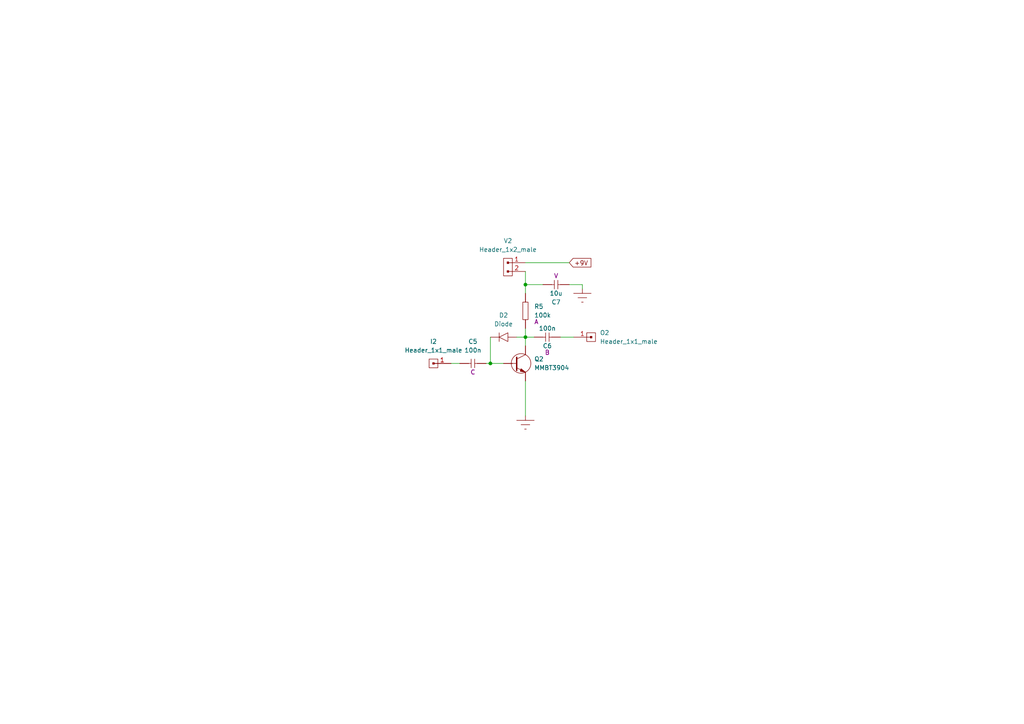
<source format=kicad_sch>
(kicad_sch (version 20211123) (generator eeschema)
  (paper "A4")
  (title_block (title "Bazz fuss") (date "2024-04-26") (rev "1") (company "https://github.com/dvhx/ultimate-soldering-exercise"))
  (lib_symbols
    (symbol "dvhx-kicad-library:C" (pin_numbers hide) (pin_names hide)
      (property "Reference" "C" (at 2.286 1.016 0))
      (property "Value" "C" (at 2.286 -1.27 0))
      (symbol "C_0_1"
        (polyline (pts (xy 0 -0.508) (xy 0 -1.27)))
        (polyline (pts (xy 0 1.27) (xy 0 0.508)))
        (polyline (pts (xy 1.27 -0.508) (xy -1.27 -0.508)))
        (polyline (pts (xy 1.27 0.508) (xy -1.27 0.508)))
      )
      (symbol "C_1_1"
        (pin passive line (at 0 3.81 270) (length 2.54) (name "1") (number "1"))
        (pin passive line (at 0 -3.81 90) (length 2.54) (name "2") (number "2"))
      )
    )
    (symbol "dvhx-kicad-library:Diode" (pin_numbers hide) (pin_names hide)
      (property "Reference" "D" (at 0 2.54 0))
      (property "Value" "Diode" (at 0 5.08 0))
      (symbol "Diode_0_1"
        (polyline (pts (xy 1.27 1.27) (xy 1.27 -1.27)))
        (polyline (pts (xy 1.27 0) (xy -1.27 1.27) (xy -1.27 -1.27) (xy 1.27 0)))
      )
      (symbol "Diode_1_1"
        (pin passive line (at -3.81 0 0) (length 2.54) (name "A") (number "A"))
        (pin passive line (at 3.81 0 180) (length 2.54) (name "K") (number "K"))
      )
    )
    (symbol "dvhx-kicad-library:GND" (power) (pin_numbers hide) (pin_names hide)
      (symbol "GND_0_1"
        (polyline (pts (xy -2.54 -1.27) (xy 2.54 -1.27)))
        (polyline (pts (xy -1.27 -2.54) (xy 1.27 -2.54)))
        (polyline (pts (xy -0.254 -3.81) (xy 0.254 -3.81)))
      )
      (symbol "GND_1_1"
        (pin power_in line (at 0 0 270) (length 1.27) (name "GND") (number "GND"))
      )
    )
    (symbol "dvhx-kicad-library:Header_1x1_male" (pin_names hide)
      (property "Reference" "J" (at -0.254 2.286 0))
      (property "Value" "Header_1x1_male" (at 0 4.191 0))
      (symbol "Header_1x1_male_0_1"
        (rectangle (start -1.27 1.27) (end 1.27 -1.27))
        (rectangle (start -0.254 0.254) (end 0.254 -0.254) (fill (type outline)))
      )
      (symbol "Header_1x1_male_1_1"
        (pin passive line (at -5.08 0 0) (length 5.08) (name "1") (number "1"))
      )
    )
    (symbol "dvhx-kicad-library:Header_1x2_male" (pin_names hide)
      (property "Reference" "J" (at -0.254 2.286 0))
      (property "Value" "Header_1x2_male" (at 0 4.191 0))
      (symbol "Header_1x2_male_0_1"
        (rectangle (start -1.27 1.27) (end 1.27 -3.81))
        (rectangle (start -0.254 -2.286) (end 0.254 -2.794) (fill (type outline)))
        (rectangle (start -0.254 0.254) (end 0.254 -0.254) (fill (type outline)))
      )
      (symbol "Header_1x2_male_1_1"
        (pin passive line (at -5.08 0 0) (length 5.08) (name "1") (number "1"))
        (pin passive line (at -5.08 -2.54 0) (length 5.08) (name "2") (number "2"))
      )
    )
    (symbol "dvhx-kicad-library:NPN" (pin_numbers hide) (pin_names hide)
      (property "Reference" "Q" (at 2.54 1.016 0))
      (property "Value" "NPN" (at 3.81 -1.016 0))
      (symbol "NPN_0_1"
        (circle (center -1.27 0) (radius 2.8398))
        (polyline (pts (xy -3.81 0) (xy -2.54 0)))
        (polyline (pts (xy -2.54 1.778) (xy -2.54 -2.032)) (stroke (width 0.4)))
        (polyline (pts (xy 0 -2.54) (xy -2.54 -1.27)))
        (polyline (pts (xy 0 2.54) (xy -2.54 1.27)))
        (polyline (pts (xy 0 -2.54) (xy -1.524 -2.286) (xy -1.27 -1.524) (xy 0 -2.54)) (fill (type outline)))
      )
      (symbol "NPN_1_1"
        (pin input line (at -6.35 0 0) (length 2.54) (name "B") (number "B"))
        (pin passive line (at 0 5.08 270) (length 2.54) (name "C") (number "C"))
        (pin passive line (at 0 -5.08 90) (length 2.54) (name "E") (number "E"))
      )
    )
    (symbol "dvhx-kicad-library:R" (pin_numbers hide) (pin_names hide)
      (property "Reference" "R" (at 2.032 1.016 0))
      (property "Value" "R" (at 2.032 -1.016 0))
      (symbol "R_0_1"
        (polyline (pts (xy -0.762 2.54) (xy 0.762 2.54) (xy 0.762 -2.54) (xy -0.762 -2.54) (xy -0.762 2.54)))
      )
      (symbol "R_1_1"
        (pin passive line (at 0 5.08 270) (length 2.54) (name "1") (number "1"))
        (pin passive line (at 0 -5.08 90) (length 2.54) (name "2") (number "2"))
      )
    )
  )
  (junction (at 152.4 97.79))
  (junction (at 142.24 105.41))
  (junction (at 152.4 82.55))
  (wire (pts (xy 152.4 97.79) (xy 152.4 100.33)))
  (wire (pts (xy 152.4 82.55) (xy 152.4 78.74)))
  (wire (pts (xy 149.86 97.79) (xy 152.4 97.79)))
  (wire (pts (xy 168.91 82.55) (xy 168.91 83.82)))
  (wire (pts (xy 165.1 76.2) (xy 152.4 76.2)))
  (wire (pts (xy 130.81 105.41) (xy 133.35 105.41)))
  (wire (pts (xy 152.4 95.25) (xy 152.4 97.79)))
  (wire (pts (xy 152.4 97.79) (xy 154.94 97.79)))
  (wire (pts (xy 152.4 82.55) (xy 152.4 85.09)))
  (wire (pts (xy 162.56 97.79) (xy 166.37 97.79)))
  (wire (pts (xy 152.4 82.55) (xy 157.48 82.55)))
  (wire (pts (xy 165.1 82.55) (xy 168.91 82.55)))
  (wire (pts (xy 142.24 105.41) (xy 146.05 105.41)))
  (wire (pts (xy 142.24 97.79) (xy 142.24 105.41)))
  (wire (pts (xy 140.97 105.41) (xy 142.24 105.41)))
  (wire (pts (xy 152.4 110.49) (xy 152.4 120.65)))
  (global_label "+9V" (shape input) (at 165.1 76.2 0) (property "Intersheet References" "${INTERSHEET_REFS}" (effects hide)))
  (symbol (lib_id "dvhx-kicad-library:GND") (at 152.4 120.65 0) (unit 1)
    (property "Reference" "#GND05" (effects hide))
    (property "Value" "GND" (effects hide))
  )
  (symbol (lib_id "dvhx-kicad-library:C") (at 137.16 105.41 90) (unit 1)
    (property "Reference" "C5" (at 137.16 99.06 90))
    (property "Value" "100n" (at 137.16 101.6 90))
    (property "Footprint" "dvhx-kicad-library:Capacitor_0805" (effects hide))
    (property "Field4" "C" (at 137.16 107.95 90))
  )
  (symbol (lib_id "dvhx-kicad-library:Header_1x1_male") (at 171.45 97.79 0) (unit 1)
    (property "Reference" "O2" (at 173.99 96.5199 0) (effects (justify left)))
    (property "Value" "Header_1x1_male" (at 173.99 99.0599 0) (effects (justify left)))
    (property "Footprint" "dvhx-kicad-library:Header_1x1_male_upright" (effects hide))
  )
  (symbol (lib_id "dvhx-kicad-library:GND") (at 168.91 83.82 0) (unit 1)
    (property "Reference" "#GND06" (effects hide))
    (property "Value" "GND" (effects hide))
  )
  (symbol (lib_id "dvhx-kicad-library:C") (at 158.75 97.79 90) (unit 1)
    (property "Reference" "C6" (at 158.75 100.33 90))
    (property "Value" "100n" (at 158.75 95.25 90))
    (property "Footprint" "dvhx-kicad-library:Capacitor_0805" (effects hide))
    (property "B" "B" (at 158.75 102.235 90))
  )
  (symbol (lib_id "dvhx-kicad-library:C") (at 161.29 82.55 270) (unit 1)
    (property "Reference" "C7" (at 161.29 87.63 90))
    (property "Value" "10u" (at 161.29 85.09 90))
    (property "Footprint" "dvhx-kicad-library:Capacitor_0805" (effects hide))
    (property "Field4" "V" (at 161.29 80.01 90))
  )
  (symbol (lib_id "dvhx-kicad-library:NPN") (at 152.4 105.41 0) (unit 1)
    (property "Reference" "Q2" (at 154.94 104.1399 0) (effects (justify left)))
    (property "Value" "MMBT3904" (at 154.94 106.6799 0) (effects (justify left)))
    (property "Footprint" "dvhx-kicad-library:SOT23-BEC" (effects hide))
  )
  (symbol (lib_id "dvhx-kicad-library:R") (at 152.4 90.17 0) (unit 1)
    (property "Reference" "R5" (at 154.94 88.8999 0) (effects (justify left)))
    (property "Value" "100k" (at 154.94 91.4399 0) (effects (justify left)))
    (property "Footprint" "dvhx-kicad-library:Resistor_0805" (effects hide))
    (property "A" "A" (at 155.575 93.345 0))
  )
  (symbol (lib_id "dvhx-kicad-library:Diode") (at 146.05 97.79 180) (unit 1)
    (property "Reference" "D2" (at 146.05 91.44 0))
    (property "Value" "Diode" (at 146.05 93.98 0))
    (property "Footprint" "dvhx-kicad-library:Diode_SOD-123" (effects hide))
  )
  (symbol (lib_id "dvhx-kicad-library:Header_1x2_male") (at 147.32 76.2 0) (mirror y) (unit 1)
    (property "Reference" "V2" (at 147.32 69.85 0))
    (property "Value" "Header_1x2_male" (at 147.32 72.39 0))
    (property "Footprint" "dvhx-kicad-library:Header_1x2_male_upright" (effects hide))
  )
  (symbol (lib_id "dvhx-kicad-library:Header_1x1_male") (at 125.73 105.41 180) (unit 1)
    (property "Reference" "I2" (at 125.73 99.06 0))
    (property "Value" "Header_1x1_male" (at 125.73 101.6 0))
    (property "Footprint" "dvhx-kicad-library:Header_1x1_male_upright" (effects hide))
  )
)
</source>
